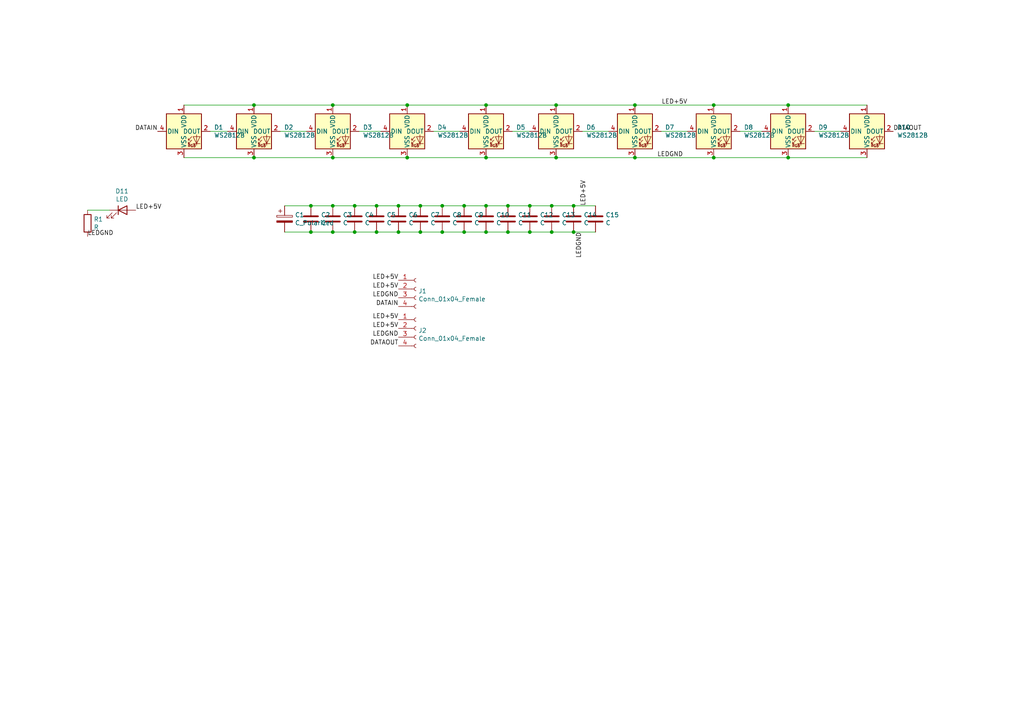
<source format=kicad_sch>
(kicad_sch (version 20211123) (generator eeschema)
  (paper "A4")
  (title_block (title "FIRE TEST PANEL") (date "2023-02-10") (rev "3"))
  (lib_symbols
    (symbol "Connector:Conn_01x04_Female" (pin_names (offset 1.016) hide)
      (property "Reference" "J" (at 0 5.08 0))
      (property "Value" "Conn_01x04_Female" (at 0 -7.62 0))
      (symbol "Conn_01x04_Female_1_1"
        (arc (start 0 -4.572) (mid -0.508 -5.08) (end 0 -5.588) (stroke (width 0.1524)))
        (arc (start 0 -2.032) (mid -0.508 -2.54) (end 0 -3.048) (stroke (width 0.1524)))
        (polyline (pts (xy -1.27 -5.08) (xy -0.508 -5.08)) (stroke (width 0.1524)))
        (polyline (pts (xy -1.27 -2.54) (xy -0.508 -2.54)) (stroke (width 0.1524)))
        (polyline (pts (xy -1.27 0) (xy -0.508 0)) (stroke (width 0.1524)))
        (polyline (pts (xy -1.27 2.54) (xy -0.508 2.54)) (stroke (width 0.1524)))
        (arc (start 0 0.508) (mid -0.508 0) (end 0 -0.508) (stroke (width 0.1524)))
        (arc (start 0 3.048) (mid -0.508 2.54) (end 0 2.032) (stroke (width 0.1524)))
        (pin passive line (at -5.08 2.54 0) (length 3.81) (name "Pin_1") (number "1"))
        (pin passive line (at -5.08 0 0) (length 3.81) (name "Pin_2") (number "2"))
        (pin passive line (at -5.08 -2.54 0) (length 3.81) (name "Pin_3") (number "3"))
        (pin passive line (at -5.08 -5.08 0) (length 3.81) (name "Pin_4") (number "4"))
      )
    )
    (symbol "Device:C" (pin_numbers hide) (pin_names (offset 0.254))
      (property "Reference" "C" (at 0.635 2.54 0))
      (property "Value" "C" (at 0.635 -2.54 0))
      (symbol "C_0_1"
        (polyline (pts (xy -2.032 -0.762) (xy 2.032 -0.762)) (stroke (width 0.508)))
        (polyline (pts (xy -2.032 0.762) (xy 2.032 0.762)) (stroke (width 0.508)))
      )
      (symbol "C_1_1"
        (pin passive line (at 0 3.81 270) (length 2.794) (name "~") (number "1"))
        (pin passive line (at 0 -3.81 90) (length 2.794) (name "~") (number "2"))
      )
    )
    (symbol "Device:C_Polarized" (pin_numbers hide) (pin_names (offset 0.254))
      (property "Reference" "C" (at 0.635 2.54 0))
      (property "Value" "C_Polarized" (at 0.635 -2.54 0))
      (symbol "C_Polarized_0_1"
        (rectangle (start -2.286 0.508) (end 2.286 1.016))
        (polyline (pts (xy -1.778 2.286) (xy -0.762 2.286)))
        (polyline (pts (xy -1.27 2.794) (xy -1.27 1.778)))
        (rectangle (start 2.286 -0.508) (end -2.286 -1.016) (fill (type outline)))
      )
      (symbol "C_Polarized_1_1"
        (pin passive line (at 0 3.81 270) (length 2.794) (name "~") (number "1"))
        (pin passive line (at 0 -3.81 90) (length 2.794) (name "~") (number "2"))
      )
    )
    (symbol "Device:LED" (pin_numbers hide) (pin_names (offset 1.016) hide)
      (property "Reference" "D" (at 0 2.54 0))
      (property "Value" "LED" (at 0 -2.54 0))
      (symbol "LED_0_1"
        (polyline (pts (xy -1.27 -1.27) (xy -1.27 1.27)) (stroke (width 0.254)))
        (polyline (pts (xy -1.27 0) (xy 1.27 0)))
        (polyline (pts (xy 1.27 -1.27) (xy 1.27 1.27) (xy -1.27 0) (xy 1.27 -1.27)) (stroke (width 0.254)))
        (polyline (pts (xy -3.048 -0.762) (xy -4.572 -2.286) (xy -3.81 -2.286) (xy -4.572 -2.286) (xy -4.572 -1.524)))
        (polyline (pts (xy -1.778 -0.762) (xy -3.302 -2.286) (xy -2.54 -2.286) (xy -3.302 -2.286) (xy -3.302 -1.524)))
      )
      (symbol "LED_1_1"
        (pin passive line (at -3.81 0 0) (length 2.54) (name "K") (number "1"))
        (pin passive line (at 3.81 0 180) (length 2.54) (name "A") (number "2"))
      )
    )
    (symbol "Device:R" (pin_numbers hide) (pin_names (offset 0))
      (property "Reference" "R" (at 2.032 0 90))
      (property "Value" "R" (at 0 0 90))
      (symbol "R_0_1"
        (rectangle (start -1.016 -2.54) (end 1.016 2.54) (stroke (width 0.254)))
      )
      (symbol "R_1_1"
        (pin passive line (at 0 3.81 270) (length 1.27) (name "~") (number "1"))
        (pin passive line (at 0 -3.81 90) (length 1.27) (name "~") (number "2"))
      )
    )
    (symbol "LED:WS2812B" (pin_names (offset 0.254))
      (property "Reference" "D" (at 5.08 5.715 0))
      (property "Value" "WS2812B" (at 1.27 -5.715 0))
      (symbol "WS2812B_0_0"
        (text "RGB" (at 2.286 -4.191 0) (effects (font (size 0.762 0.762))))
      )
      (symbol "WS2812B_0_1"
        (polyline (pts (xy 1.27 -3.556) (xy 1.778 -3.556)))
        (polyline (pts (xy 1.27 -2.54) (xy 1.778 -2.54)))
        (polyline (pts (xy 4.699 -3.556) (xy 2.667 -3.556)))
        (polyline (pts (xy 2.286 -2.54) (xy 1.27 -3.556) (xy 1.27 -3.048)))
        (polyline (pts (xy 2.286 -1.524) (xy 1.27 -2.54) (xy 1.27 -2.032)))
        (polyline (pts (xy 3.683 -1.016) (xy 3.683 -3.556) (xy 3.683 -4.064)))
        (polyline (pts (xy 4.699 -1.524) (xy 2.667 -1.524) (xy 3.683 -3.556) (xy 4.699 -1.524)))
        (rectangle (start 5.08 5.08) (end -5.08 -5.08) (stroke (width 0.254)) (fill (type background)))
      )
      (symbol "WS2812B_1_1"
        (pin power_in line (at 0 7.62 270) (length 2.54) (name "VDD") (number "1"))
        (pin output line (at 7.62 0 180) (length 2.54) (name "DOUT") (number "2"))
        (pin power_in line (at 0 -7.62 90) (length 2.54) (name "VSS") (number "3"))
        (pin input line (at -7.62 0 0) (length 2.54) (name "DIN") (number "4"))
      )
    )
  )
  (junction (at 140.97 59.69))
  (junction (at 121.92 59.69))
  (junction (at 140.97 67.31))
  (junction (at 207.01 30.48))
  (junction (at 96.52 45.72))
  (junction (at 153.67 67.31))
  (junction (at 160.02 67.31))
  (junction (at 128.27 59.69))
  (junction (at 118.11 30.48))
  (junction (at 166.37 59.69))
  (junction (at 109.22 59.69))
  (junction (at 90.17 67.31))
  (junction (at 228.6 45.72))
  (junction (at 73.66 30.48))
  (junction (at 140.97 45.72))
  (junction (at 161.29 30.48))
  (junction (at 228.6 30.48))
  (junction (at 161.29 45.72))
  (junction (at 207.01 45.72))
  (junction (at 153.67 59.69))
  (junction (at 96.52 30.48))
  (junction (at 96.52 59.69))
  (junction (at 147.32 67.31))
  (junction (at 121.92 67.31))
  (junction (at 134.62 67.31))
  (junction (at 102.87 59.69))
  (junction (at 128.27 67.31))
  (junction (at 96.52 67.31))
  (junction (at 184.15 45.72))
  (junction (at 115.57 67.31))
  (junction (at 160.02 59.69))
  (junction (at 115.57 59.69))
  (junction (at 109.22 67.31))
  (junction (at 134.62 59.69))
  (junction (at 147.32 59.69))
  (junction (at 90.17 59.69))
  (junction (at 166.37 67.31))
  (junction (at 73.66 45.72))
  (junction (at 140.97 30.48))
  (junction (at 184.15 30.48))
  (junction (at 102.87 67.31))
  (junction (at 118.11 45.72))
  (wire (pts (xy 236.22 38.1) (xy 243.84 38.1)))
  (wire (pts (xy 96.52 67.31) (xy 90.17 67.31)))
  (wire (pts (xy 161.29 30.48) (xy 140.97 30.48)))
  (wire (pts (xy 128.27 59.69) (xy 121.92 59.69)))
  (wire (pts (xy 104.14 38.1) (xy 110.49 38.1)))
  (wire (pts (xy 118.11 30.48) (xy 96.52 30.48)))
  (wire (pts (xy 191.77 38.1) (xy 199.39 38.1)))
  (wire (pts (xy 161.29 45.72) (xy 184.15 45.72)))
  (wire (pts (xy 96.52 45.72) (xy 118.11 45.72)))
  (wire (pts (xy 102.87 59.69) (xy 96.52 59.69)))
  (wire (pts (xy 90.17 67.31) (xy 82.55 67.31)))
  (wire (pts (xy 207.01 30.48) (xy 184.15 30.48)))
  (wire (pts (xy 160.02 59.69) (xy 153.67 59.69)))
  (wire (pts (xy 31.75 60.96) (xy 25.4 60.96)))
  (wire (pts (xy 147.32 59.69) (xy 140.97 59.69)))
  (wire (pts (xy 90.17 59.69) (xy 82.55 59.69)))
  (wire (pts (xy 153.67 67.31) (xy 147.32 67.31)))
  (wire (pts (xy 184.15 30.48) (xy 161.29 30.48)))
  (wire (pts (xy 125.73 38.1) (xy 133.35 38.1)))
  (wire (pts (xy 140.97 67.31) (xy 134.62 67.31)))
  (wire (pts (xy 118.11 45.72) (xy 140.97 45.72)))
  (wire (pts (xy 207.01 45.72) (xy 228.6 45.72)))
  (wire (pts (xy 81.28 38.1) (xy 88.9 38.1)))
  (wire (pts (xy 184.15 45.72) (xy 207.01 45.72)))
  (wire (pts (xy 109.22 59.69) (xy 102.87 59.69)))
  (wire (pts (xy 121.92 59.69) (xy 115.57 59.69)))
  (wire (pts (xy 228.6 45.72) (xy 251.46 45.72)))
  (wire (pts (xy 73.66 45.72) (xy 96.52 45.72)))
  (wire (pts (xy 128.27 67.31) (xy 121.92 67.31)))
  (wire (pts (xy 102.87 67.31) (xy 96.52 67.31)))
  (wire (pts (xy 140.97 45.72) (xy 161.29 45.72)))
  (wire (pts (xy 115.57 59.69) (xy 109.22 59.69)))
  (wire (pts (xy 168.91 38.1) (xy 176.53 38.1)))
  (wire (pts (xy 228.6 30.48) (xy 207.01 30.48)))
  (wire (pts (xy 109.22 67.31) (xy 102.87 67.31)))
  (wire (pts (xy 140.97 30.48) (xy 118.11 30.48)))
  (wire (pts (xy 96.52 30.48) (xy 73.66 30.48)))
  (wire (pts (xy 166.37 59.69) (xy 160.02 59.69)))
  (wire (pts (xy 121.92 67.31) (xy 115.57 67.31)))
  (wire (pts (xy 172.72 59.69) (xy 166.37 59.69)))
  (wire (pts (xy 160.02 67.31) (xy 153.67 67.31)))
  (wire (pts (xy 153.67 59.69) (xy 147.32 59.69)))
  (wire (pts (xy 148.59 38.1) (xy 153.67 38.1)))
  (wire (pts (xy 134.62 67.31) (xy 128.27 67.31)))
  (wire (pts (xy 115.57 67.31) (xy 109.22 67.31)))
  (wire (pts (xy 166.37 67.31) (xy 160.02 67.31)))
  (wire (pts (xy 172.72 67.31) (xy 166.37 67.31)))
  (wire (pts (xy 53.34 45.72) (xy 73.66 45.72)))
  (wire (pts (xy 251.46 30.48) (xy 228.6 30.48)))
  (wire (pts (xy 60.96 38.1) (xy 66.04 38.1)))
  (wire (pts (xy 73.66 30.48) (xy 53.34 30.48)))
  (wire (pts (xy 96.52 59.69) (xy 90.17 59.69)))
  (wire (pts (xy 214.63 38.1) (xy 220.98 38.1)))
  (wire (pts (xy 134.62 59.69) (xy 128.27 59.69)))
  (wire (pts (xy 147.32 67.31) (xy 140.97 67.31)))
  (wire (pts (xy 140.97 59.69) (xy 134.62 59.69)))
  (label "LEDGND" (at 115.57 97.79 180))
  (label "LED+5V" (at 115.57 81.28 180))
  (label "LED+5V" (at 115.57 83.82 180))
  (label "DATAIN" (at 45.72 38.1 180))
  (label "LEDGND" (at 198.12 45.72 180))
  (label "LED+5V" (at 115.57 95.25 180))
  (label "LED+5V" (at 39.37 60.96 0))
  (label "DATAIN" (at 115.57 88.9 180))
  (label "LEDGND" (at 115.57 86.36 180))
  (label "LED+5V" (at 199.39 30.48 180))
  (label "DATAOUT" (at 115.57 100.33 180))
  (label "DATAOUT" (at 259.08 38.1 0))
  (label "LEDGND" (at 25.4 68.58 0))
  (label "LED+5V" (at 170.18 59.69 90))
  (label "LEDGND" (at 168.91 67.31 270))
  (label "LED+5V" (at 115.57 92.71 180))
  (symbol (lib_id "LED:WS2812B") (at 53.34 38.1 0) (unit 1)
    (property "Reference" "D1" (at 62.0776 36.9316 0) (effects (justify left)))
    (property "Value" "WS2812B" (at 62.0776 39.243 0) (effects (justify left)))
    (property "Footprint" "OH_Footprints:LED_WS2812B_PLCC4_5.0x5.0mm_P3.2mm" (effects hide))
    (property "Datasheet" "https://cdn-shop.adafruit.com/datasheets/WS2812B.pdf" (effects hide))
  )
  (symbol (lib_id "LED:WS2812B") (at 73.66 38.1 0) (unit 1)
    (property "Reference" "D2" (at 82.3976 36.9316 0) (effects (justify left)))
    (property "Value" "WS2812B" (at 82.3976 39.243 0) (effects (justify left)))
    (property "Footprint" "OH_Footprints:LED_WS2812B_PLCC4_5.0x5.0mm_P3.2mm" (effects hide))
    (property "Datasheet" "https://cdn-shop.adafruit.com/datasheets/WS2812B.pdf" (effects hide))
  )
  (symbol (lib_id "LED:WS2812B") (at 96.52 38.1 0) (unit 1)
    (property "Reference" "D3" (at 105.2576 36.9316 0) (effects (justify left)))
    (property "Value" "WS2812B" (at 105.2576 39.243 0) (effects (justify left)))
    (property "Footprint" "OH_Footprints:LED_WS2812B_PLCC4_5.0x5.0mm_P3.2mm" (effects hide))
    (property "Datasheet" "https://cdn-shop.adafruit.com/datasheets/WS2812B.pdf" (effects hide))
  )
  (symbol (lib_id "LED:WS2812B") (at 118.11 38.1 0) (unit 1)
    (property "Reference" "D4" (at 126.8476 36.9316 0) (effects (justify left)))
    (property "Value" "WS2812B" (at 126.8476 39.243 0) (effects (justify left)))
    (property "Footprint" "OH_Footprints:LED_WS2812B_PLCC4_5.0x5.0mm_P3.2mm" (effects hide))
    (property "Datasheet" "https://cdn-shop.adafruit.com/datasheets/WS2812B.pdf" (effects hide))
  )
  (symbol (lib_id "LED:WS2812B") (at 140.97 38.1 0) (unit 1)
    (property "Reference" "D5" (at 149.7076 36.9316 0) (effects (justify left)))
    (property "Value" "WS2812B" (at 149.7076 39.243 0) (effects (justify left)))
    (property "Footprint" "OH_Footprints:LED_WS2812B_PLCC4_5.0x5.0mm_P3.2mm" (effects hide))
    (property "Datasheet" "https://cdn-shop.adafruit.com/datasheets/WS2812B.pdf" (effects hide))
  )
  (symbol (lib_id "LED:WS2812B") (at 161.29 38.1 0) (unit 1)
    (property "Reference" "D6" (at 170.0276 36.9316 0) (effects (justify left)))
    (property "Value" "WS2812B" (at 170.0276 39.243 0) (effects (justify left)))
    (property "Footprint" "OH_Footprints:LED_WS2812B_PLCC4_5.0x5.0mm_P3.2mm" (effects hide))
    (property "Datasheet" "https://cdn-shop.adafruit.com/datasheets/WS2812B.pdf" (effects hide))
  )
  (symbol (lib_id "LED:WS2812B") (at 184.15 38.1 0) (unit 1)
    (property "Reference" "D7" (at 192.8876 36.9316 0) (effects (justify left)))
    (property "Value" "WS2812B" (at 192.8876 39.243 0) (effects (justify left)))
    (property "Footprint" "OH_Footprints:LED_WS2812B_PLCC4_5.0x5.0mm_P3.2mm" (effects hide))
    (property "Datasheet" "https://cdn-shop.adafruit.com/datasheets/WS2812B.pdf" (effects hide))
  )
  (symbol (lib_id "LED:WS2812B") (at 207.01 38.1 0) (unit 1)
    (property "Reference" "D8" (at 215.7476 36.9316 0) (effects (justify left)))
    (property "Value" "WS2812B" (at 215.7476 39.243 0) (effects (justify left)))
    (property "Footprint" "OH_Footprints:LED_WS2812B_PLCC4_5.0x5.0mm_P3.2mm" (effects hide))
    (property "Datasheet" "https://cdn-shop.adafruit.com/datasheets/WS2812B.pdf" (effects hide))
  )
  (symbol (lib_id "LED:WS2812B") (at 228.6 38.1 0) (unit 1)
    (property "Reference" "D9" (at 237.3376 36.9316 0) (effects (justify left)))
    (property "Value" "WS2812B" (at 237.3376 39.243 0) (effects (justify left)))
    (property "Footprint" "OH_Footprints:LED_WS2812B_PLCC4_5.0x5.0mm_P3.2mm" (effects hide))
    (property "Datasheet" "https://cdn-shop.adafruit.com/datasheets/WS2812B.pdf" (effects hide))
  )
  (symbol (lib_id "LED:WS2812B") (at 251.46 38.1 0) (unit 1)
    (property "Reference" "D10" (at 260.1976 36.9316 0) (effects (justify left)))
    (property "Value" "WS2812B" (at 260.1976 39.243 0) (effects (justify left)))
    (property "Footprint" "OH_Footprints:LED_WS2812B_PLCC4_5.0x5.0mm_P3.2mm" (effects hide))
    (property "Datasheet" "https://cdn-shop.adafruit.com/datasheets/WS2812B.pdf" (effects hide))
  )
  (symbol (lib_id "Device:C") (at 90.17 63.5 0) (unit 1)
    (property "Reference" "C2" (at 93.091 62.3316 0) (effects (justify left)))
    (property "Value" "C" (at 93.091 64.643 0) (effects (justify left)))
    (property "Footprint" "OH_Footprints:C_0603_1608Metric" (effects hide))
  )
  (symbol (lib_id "Device:C_Polarized") (at 82.55 63.5 0) (unit 1)
    (property "Reference" "C1" (at 85.5472 62.3316 0) (effects (justify left)))
    (property "Value" "C_Polarized" (at 85.5472 64.643 0) (effects (justify left)))
    (property "Footprint" "OH_Footprints:CP_Elec_8x10" (effects hide))
  )
  (symbol (lib_id "Device:C") (at 96.52 63.5 0) (unit 1)
    (property "Reference" "C3" (at 99.441 62.3316 0) (effects (justify left)))
    (property "Value" "C" (at 99.441 64.643 0) (effects (justify left)))
    (property "Footprint" "OH_Footprints:C_0603_1608Metric" (effects hide))
  )
  (symbol (lib_id "Device:C") (at 102.87 63.5 0) (unit 1)
    (property "Reference" "C4" (at 105.791 62.3316 0) (effects (justify left)))
    (property "Value" "C" (at 105.791 64.643 0) (effects (justify left)))
    (property "Footprint" "OH_Footprints:C_0603_1608Metric" (effects hide))
  )
  (symbol (lib_id "Device:C") (at 109.22 63.5 0) (unit 1)
    (property "Reference" "C5" (at 112.141 62.3316 0) (effects (justify left)))
    (property "Value" "C" (at 112.141 64.643 0) (effects (justify left)))
    (property "Footprint" "OH_Footprints:C_0603_1608Metric" (effects hide))
  )
  (symbol (lib_id "Device:C") (at 115.57 63.5 0) (unit 1)
    (property "Reference" "C6" (at 118.491 62.3316 0) (effects (justify left)))
    (property "Value" "C" (at 118.491 64.643 0) (effects (justify left)))
    (property "Footprint" "OH_Footprints:C_0603_1608Metric" (effects hide))
  )
  (symbol (lib_id "Device:C") (at 121.92 63.5 0) (unit 1)
    (property "Reference" "C7" (at 124.841 62.3316 0) (effects (justify left)))
    (property "Value" "C" (at 124.841 64.643 0) (effects (justify left)))
    (property "Footprint" "OH_Footprints:C_0603_1608Metric" (effects hide))
  )
  (symbol (lib_id "Device:C") (at 128.27 63.5 0) (unit 1)
    (property "Reference" "C8" (at 131.191 62.3316 0) (effects (justify left)))
    (property "Value" "C" (at 131.191 64.643 0) (effects (justify left)))
    (property "Footprint" "OH_Footprints:C_0603_1608Metric" (effects hide))
  )
  (symbol (lib_id "Device:C") (at 134.62 63.5 0) (unit 1)
    (property "Reference" "C9" (at 137.541 62.3316 0) (effects (justify left)))
    (property "Value" "C" (at 137.541 64.643 0) (effects (justify left)))
    (property "Footprint" "OH_Footprints:C_0603_1608Metric" (effects hide))
  )
  (symbol (lib_id "Device:C") (at 140.97 63.5 0) (unit 1)
    (property "Reference" "C10" (at 143.891 62.3316 0) (effects (justify left)))
    (property "Value" "C" (at 143.891 64.643 0) (effects (justify left)))
    (property "Footprint" "OH_Footprints:C_0603_1608Metric" (effects hide))
  )
  (symbol (lib_id "Device:C") (at 147.32 63.5 0) (unit 1)
    (property "Reference" "C11" (at 150.241 62.3316 0) (effects (justify left)))
    (property "Value" "C" (at 150.241 64.643 0) (effects (justify left)))
    (property "Footprint" "OH_Footprints:C_0603_1608Metric" (effects hide))
  )
  (symbol (lib_id "Device:C") (at 153.67 63.5 0) (unit 1)
    (property "Reference" "C12" (at 156.591 62.3316 0) (effects (justify left)))
    (property "Value" "C" (at 156.591 64.643 0) (effects (justify left)))
    (property "Footprint" "OH_Footprints:C_0603_1608Metric" (effects hide))
  )
  (symbol (lib_id "Device:C") (at 160.02 63.5 0) (unit 1)
    (property "Reference" "C13" (at 162.941 62.3316 0) (effects (justify left)))
    (property "Value" "C" (at 162.941 64.643 0) (effects (justify left)))
    (property "Footprint" "OH_Footprints:C_0603_1608Metric" (effects hide))
  )
  (symbol (lib_id "Device:C") (at 166.37 63.5 0) (unit 1)
    (property "Reference" "C14" (at 169.291 62.3316 0) (effects (justify left)))
    (property "Value" "C" (at 169.291 64.643 0) (effects (justify left)))
    (property "Footprint" "OH_Footprints:C_0603_1608Metric" (effects hide))
  )
  (symbol (lib_id "Device:C") (at 172.72 63.5 0) (unit 1)
    (property "Reference" "C15" (at 175.641 62.3316 0) (effects (justify left)))
    (property "Value" "C" (at 175.641 64.643 0) (effects (justify left)))
    (property "Footprint" "OH_Footprints:C_0603_1608Metric" (effects hide))
  )
  (symbol (lib_id "Device:LED") (at 35.56 60.96 0) (unit 1)
    (property "Reference" "D11" (at 35.3822 55.4482 0))
    (property "Value" "LED" (at 35.3822 57.7596 0))
    (property "Footprint" "OH_Footprints:LED_D3.0mm" (effects hide))
  )
  (symbol (lib_id "Device:R") (at 25.4 64.77 0) (unit 1)
    (property "Reference" "R1" (at 27.178 63.6016 0) (effects (justify left)))
    (property "Value" "R" (at 27.178 65.913 0) (effects (justify left)))
    (property "Footprint" "OH_Footprints:R_0603_1608Metric" (effects hide))
  )
  (symbol (lib_id "Connector:Conn_01x04_Female") (at 120.65 83.82 0) (unit 1)
    (property "Reference" "J1" (at 121.3612 84.4296 0) (effects (justify left)))
    (property "Value" "Conn_01x04_Female" (at 121.3612 86.741 0) (effects (justify left)))
    (property "Footprint" "OH_Footprints:Molex_Mini-Fit_Jr_5566-04A_2x02_P4.20mm_Vertical" (effects hide))
  )
  (symbol (lib_id "Connector:Conn_01x04_Female") (at 120.65 95.25 0) (unit 1)
    (property "Reference" "J2" (at 121.3612 95.8596 0) (effects (justify left)))
    (property "Value" "Conn_01x04_Female" (at 121.3612 98.171 0) (effects (justify left)))
    (property "Footprint" "OH_Footprints:Molex_Mini-Fit_Jr_5566-04A_2x02_P4.20mm_Vertical" (effects hide))
  )
)
</source>
